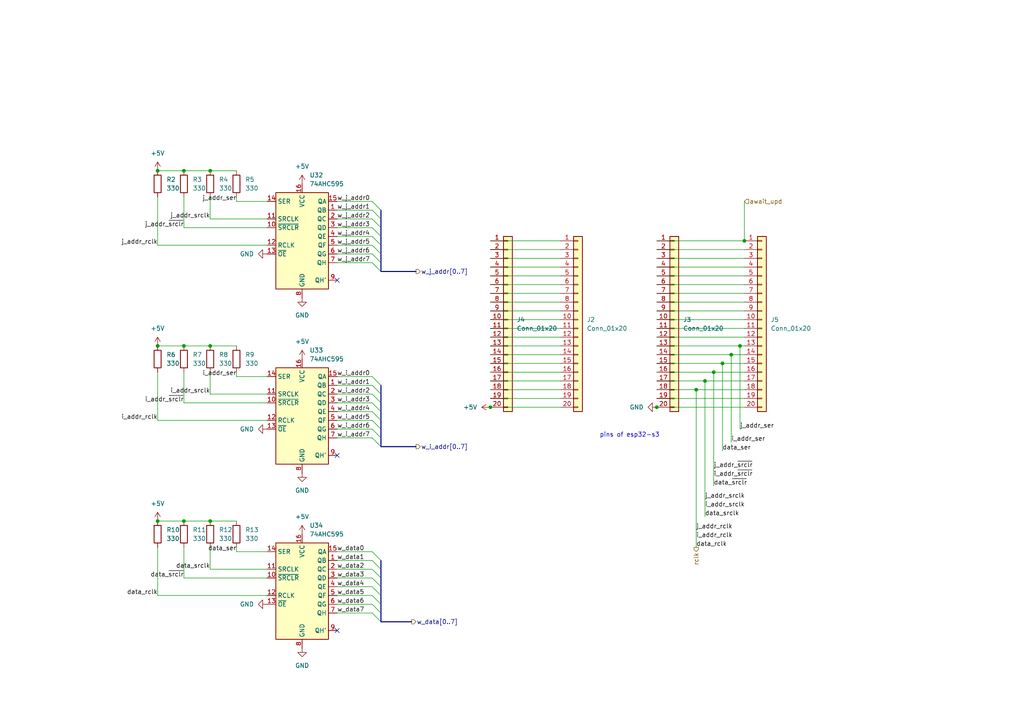
<source format=kicad_sch>
(kicad_sch (version 20250114) (generator "eeschema") (generator_version "9.0")
  (paper "A4")
  (lib_symbols
    (symbol "74xx:74AHC595"
      (property "Reference" "U" (at -7.62 13.97 0))
      (property "Value" "74AHC595" (at -7.62 -16.51 0))
      (symbol "74AHC595_1_0"
        (pin input line (at -10.16 10.16 0) (length 2.54) (name "SER") (number "14"))
        (pin input line (at -10.16 5.08 0) (length 2.54) (name "SRCLK") (number "11"))
        (pin input line (at -10.16 2.54 0) (length 2.54) (name "~{SRCLR}") (number "10"))
        (pin input line (at -10.16 -2.54 0) (length 2.54) (name "RCLK") (number "12"))
        (pin input line (at -10.16 -5.08 0) (length 2.54) (name "~{OE}") (number "13"))
        (pin power_in line (at 0 15.24 270) (length 2.54) (name "VCC") (number "16"))
        (pin power_in line (at 0 -17.78 90) (length 2.54) (name "GND") (number "8"))
        (pin tri_state line (at 10.16 10.16 180) (length 2.54) (name "QA") (number "15"))
        (pin tri_state line (at 10.16 7.62 180) (length 2.54) (name "QB") (number "1"))
        (pin tri_state line (at 10.16 5.08 180) (length 2.54) (name "QC") (number "2"))
        (pin tri_state line (at 10.16 2.54 180) (length 2.54) (name "QD") (number "3"))
        (pin tri_state line (at 10.16 0 180) (length 2.54) (name "QE") (number "4"))
        (pin tri_state line (at 10.16 -2.54 180) (length 2.54) (name "QF") (number "5"))
        (pin tri_state line (at 10.16 -5.08 180) (length 2.54) (name "QG") (number "6"))
        (pin tri_state line (at 10.16 -7.62 180) (length 2.54) (name "QH") (number "7"))
        (pin output line (at 10.16 -12.7 180) (length 2.54) (name "QH'") (number "9"))
      )
      (symbol "74AHC595_1_1"
        (rectangle (start -7.62 12.7) (end 7.62 -15.24) (stroke (width 0.254)) (fill (type background)))
      )
    )
    (symbol "Connector_Generic:Conn_01x20" (pin_names (offset 1.016) (hide yes))
      (property "Reference" "J" (at 0 25.4 0))
      (property "Value" "Conn_01x20" (at 0 -27.94 0))
      (symbol "Conn_01x20_1_1"
        (rectangle (start -1.27 24.13) (end 1.27 -26.67) (stroke (width 0.254)) (fill (type background)))
        (rectangle (start -1.27 22.987) (end 0 22.733) (stroke (width 0.1524)))
        (rectangle (start -1.27 20.447) (end 0 20.193) (stroke (width 0.1524)))
        (rectangle (start -1.27 17.907) (end 0 17.653) (stroke (width 0.1524)))
        (rectangle (start -1.27 15.367) (end 0 15.113) (stroke (width 0.1524)))
        (rectangle (start -1.27 12.827) (end 0 12.573) (stroke (width 0.1524)))
        (rectangle (start -1.27 10.287) (end 0 10.033) (stroke (width 0.1524)))
        (rectangle (start -1.27 7.747) (end 0 7.493) (stroke (width 0.1524)))
        (rectangle (start -1.27 5.207) (end 0 4.953) (stroke (width 0.1524)))
        (rectangle (start -1.27 2.667) (end 0 2.413) (stroke (width 0.1524)))
        (rectangle (start -1.27 0.127) (end 0 -0.127) (stroke (width 0.1524)))
        (rectangle (start -1.27 -2.413) (end 0 -2.667) (stroke (width 0.1524)))
        (rectangle (start -1.27 -4.953) (end 0 -5.207) (stroke (width 0.1524)))
        (rectangle (start -1.27 -7.493) (end 0 -7.747) (stroke (width 0.1524)))
        (rectangle (start -1.27 -10.033) (end 0 -10.287) (stroke (width 0.1524)))
        (rectangle (start -1.27 -12.573) (end 0 -12.827) (stroke (width 0.1524)))
        (rectangle (start -1.27 -15.113) (end 0 -15.367) (stroke (width 0.1524)))
        (rectangle (start -1.27 -17.653) (end 0 -17.907) (stroke (width 0.1524)))
        (rectangle (start -1.27 -20.193) (end 0 -20.447) (stroke (width 0.1524)))
        (rectangle (start -1.27 -22.733) (end 0 -22.987) (stroke (width 0.1524)))
        (rectangle (start -1.27 -25.273) (end 0 -25.527) (stroke (width 0.1524)))
        (pin passive line (at -5.08 22.86 0) (length 3.81) (name "Pin_1") (number "1"))
        (pin passive line (at -5.08 20.32 0) (length 3.81) (name "Pin_2") (number "2"))
        (pin passive line (at -5.08 17.78 0) (length 3.81) (name "Pin_3") (number "3"))
        (pin passive line (at -5.08 15.24 0) (length 3.81) (name "Pin_4") (number "4"))
        (pin passive line (at -5.08 12.7 0) (length 3.81) (name "Pin_5") (number "5"))
        (pin passive line (at -5.08 10.16 0) (length 3.81) (name "Pin_6") (number "6"))
        (pin passive line (at -5.08 7.62 0) (length 3.81) (name "Pin_7") (number "7"))
        (pin passive line (at -5.08 5.08 0) (length 3.81) (name "Pin_8") (number "8"))
        (pin passive line (at -5.08 2.54 0) (length 3.81) (name "Pin_9") (number "9"))
        (pin passive line (at -5.08 0 0) (length 3.81) (name "Pin_10") (number "10"))
        (pin passive line (at -5.08 -2.54 0) (length 3.81) (name "Pin_11") (number "11"))
        (pin passive line (at -5.08 -5.08 0) (length 3.81) (name "Pin_12") (number "12"))
        (pin passive line (at -5.08 -7.62 0) (length 3.81) (name "Pin_13") (number "13"))
        (pin passive line (at -5.08 -10.16 0) (length 3.81) (name "Pin_14") (number "14"))
        (pin passive line (at -5.08 -12.7 0) (length 3.81) (name "Pin_15") (number "15"))
        (pin passive line (at -5.08 -15.24 0) (length 3.81) (name "Pin_16") (number "16"))
        (pin passive line (at -5.08 -17.78 0) (length 3.81) (name "Pin_17") (number "17"))
        (pin passive line (at -5.08 -20.32 0) (length 3.81) (name "Pin_18") (number "18"))
        (pin passive line (at -5.08 -22.86 0) (length 3.81) (name "Pin_19") (number "19"))
        (pin passive line (at -5.08 -25.4 0) (length 3.81) (name "Pin_20") (number "20"))
      )
    )
    (symbol "Device:R" (pin_numbers (hide yes)) (pin_names (offset 0))
      (property "Reference" "R" (at 2.032 0 90))
      (property "Value" "R" (at 0 0 90))
      (symbol "R_0_1"
        (rectangle (start -1.016 -2.54) (end 1.016 2.54) (stroke (width 0.254)))
      )
      (symbol "R_1_1"
        (pin passive line (at 0 3.81 270) (length 1.27) (name "~") (number "1"))
        (pin passive line (at 0 -3.81 90) (length 1.27) (name "~") (number "2"))
      )
    )
    (symbol "power:+5V" (power) (pin_numbers (hide yes)) (pin_names (offset 0) (hide yes))
      (property "Value" "+5V" (at 0 3.556 0))
      (symbol "+5V_0_1"
        (polyline (pts (xy -0.762 1.27) (xy 0 2.54)))
        (polyline (pts (xy 0 2.54) (xy 0.762 1.27)))
        (polyline (pts (xy 0 0) (xy 0 2.54)))
      )
      (symbol "+5V_1_1"
        (pin power_in line (at 0 0 90) (length 0) (name "~") (number "1"))
      )
    )
    (symbol "power:GND" (power) (pin_numbers (hide yes)) (pin_names (offset 0) (hide yes))
      (property "Value" "GND" (at 0 -3.81 0))
      (symbol "GND_0_1"
        (polyline (pts (xy 0 0) (xy 0 -1.27) (xy 1.27 -1.27) (xy 0 -2.54) (xy -1.27 -1.27) (xy 0 -1.27)))
      )
      (symbol "GND_1_1"
        (pin power_in line (at 0 0 270) (length 0) (name "~") (number "1"))
      )
    )
  )
  (text "pins of esp32-s3\n" (at 182.626 126.238 0) (effects (font (size 1.27 1.27))))
  (junction (at 53.34 151.13))
  (junction (at 190.5 118.11))
  (junction (at 214.63 100.33))
  (junction (at 45.72 49.53))
  (junction (at 142.24 118.11))
  (junction (at 212.09 102.87))
  (junction (at 215.9 69.85))
  (junction (at 45.72 151.13))
  (junction (at 209.55 105.41))
  (junction (at 201.93 113.03))
  (junction (at 60.96 100.33))
  (junction (at 45.72 100.33))
  (junction (at 60.96 49.53))
  (junction (at 204.47 110.49))
  (junction (at 60.96 151.13))
  (junction (at 53.34 100.33))
  (junction (at 207.01 107.95))
  (junction (at 53.34 49.53))
  (no_connect (at 97.79 81.28))
  (no_connect (at 97.79 182.88))
  (no_connect (at 97.79 132.08))
  (bus_entry (at 107.95 165.1) (size 2.54 2.54))
  (bus_entry (at 107.95 177.8) (size 2.54 2.54))
  (bus_entry (at 107.95 175.26) (size 2.54 2.54))
  (bus_entry (at 107.95 109.22) (size 2.54 2.54))
  (bus_entry (at 107.95 71.12) (size 2.54 2.54))
  (bus_entry (at 107.95 111.76) (size 2.54 2.54))
  (bus_entry (at 107.95 68.58) (size 2.54 2.54))
  (bus_entry (at 107.95 124.46) (size 2.54 2.54))
  (bus_entry (at 107.95 58.42) (size 2.54 2.54))
  (bus_entry (at 107.95 162.56) (size 2.54 2.54))
  (bus_entry (at 107.95 127) (size 2.54 2.54))
  (bus_entry (at 107.95 167.64) (size 2.54 2.54))
  (bus_entry (at 107.95 121.92) (size 2.54 2.54))
  (bus_entry (at 107.95 119.38) (size 2.54 2.54))
  (bus_entry (at 107.95 114.3) (size 2.54 2.54))
  (bus_entry (at 107.95 63.5) (size 2.54 2.54))
  (bus_entry (at 107.95 170.18) (size 2.54 2.54))
  (bus_entry (at 107.95 116.84) (size 2.54 2.54))
  (bus_entry (at 107.95 160.02) (size 2.54 2.54))
  (bus_entry (at 107.95 73.66) (size 2.54 2.54))
  (bus_entry (at 107.95 66.04) (size 2.54 2.54))
  (bus_entry (at 107.95 76.2) (size 2.54 2.54))
  (bus_entry (at 107.95 172.72) (size 2.54 2.54))
  (bus_entry (at 107.95 60.96) (size 2.54 2.54))
  (wire (pts (xy 45.72 158.75) (xy 45.72 172.72)))
  (wire (pts (xy 97.79 172.72) (xy 107.95 172.72)))
  (wire (pts (xy 204.47 110.49) (xy 204.47 149.86)))
  (bus (pts (xy 110.49 119.38) (xy 110.49 121.92)))
  (wire (pts (xy 97.79 165.1) (xy 107.95 165.1)))
  (wire (pts (xy 60.96 151.13) (xy 68.58 151.13)))
  (wire (pts (xy 45.72 71.12) (xy 77.47 71.12)))
  (wire (pts (xy 142.24 100.33) (xy 162.56 100.33)))
  (wire (pts (xy 190.5 80.01) (xy 215.9 80.01)))
  (wire (pts (xy 97.79 68.58) (xy 107.95 68.58)))
  (wire (pts (xy 97.79 73.66) (xy 107.95 73.66)))
  (wire (pts (xy 97.79 109.22) (xy 107.95 109.22)))
  (wire (pts (xy 97.79 124.46) (xy 107.95 124.46)))
  (wire (pts (xy 53.34 116.84) (xy 77.47 116.84)))
  (wire (pts (xy 212.09 102.87) (xy 215.9 102.87)))
  (wire (pts (xy 53.34 151.13) (xy 60.96 151.13)))
  (wire (pts (xy 215.9 58.42) (xy 215.9 69.85)))
  (wire (pts (xy 190.5 95.25) (xy 215.9 95.25)))
  (wire (pts (xy 60.96 114.3) (xy 77.47 114.3)))
  (wire (pts (xy 60.96 49.53) (xy 68.58 49.53)))
  (wire (pts (xy 214.63 100.33) (xy 215.9 100.33)))
  (wire (pts (xy 53.34 57.15) (xy 53.34 66.04)))
  (bus (pts (xy 110.49 78.74) (xy 120.65 78.74)))
  (wire (pts (xy 190.5 74.93) (xy 215.9 74.93)))
  (bus (pts (xy 110.49 127) (xy 110.49 129.54)))
  (wire (pts (xy 45.72 49.53) (xy 53.34 49.53)))
  (wire (pts (xy 142.24 107.95) (xy 162.56 107.95)))
  (wire (pts (xy 97.79 114.3) (xy 107.95 114.3)))
  (wire (pts (xy 142.24 69.85) (xy 162.56 69.85)))
  (wire (pts (xy 97.79 177.8) (xy 107.95 177.8)))
  (wire (pts (xy 97.79 121.92) (xy 107.95 121.92)))
  (wire (pts (xy 68.58 107.95) (xy 68.58 109.22)))
  (wire (pts (xy 60.96 107.95) (xy 60.96 114.3)))
  (bus (pts (xy 110.49 165.1) (xy 110.49 167.64)))
  (wire (pts (xy 68.58 158.75) (xy 68.58 160.02)))
  (wire (pts (xy 190.5 87.63) (xy 215.9 87.63)))
  (wire (pts (xy 45.72 100.33) (xy 53.34 100.33)))
  (bus (pts (xy 110.49 121.92) (xy 110.49 124.46)))
  (bus (pts (xy 110.49 175.26) (xy 110.49 177.8)))
  (bus (pts (xy 110.49 114.3) (xy 110.49 116.84)))
  (wire (pts (xy 190.5 97.79) (xy 215.9 97.79)))
  (wire (pts (xy 201.93 113.03) (xy 215.9 113.03)))
  (wire (pts (xy 97.79 162.56) (xy 107.95 162.56)))
  (wire (pts (xy 97.79 127) (xy 107.95 127)))
  (wire (pts (xy 97.79 170.18) (xy 107.95 170.18)))
  (wire (pts (xy 60.96 100.33) (xy 68.58 100.33)))
  (wire (pts (xy 142.24 118.11) (xy 162.56 118.11)))
  (wire (pts (xy 207.01 107.95) (xy 215.9 107.95)))
  (wire (pts (xy 142.24 92.71) (xy 162.56 92.71)))
  (wire (pts (xy 142.24 105.41) (xy 162.56 105.41)))
  (wire (pts (xy 190.5 118.11) (xy 215.9 118.11)))
  (wire (pts (xy 53.34 100.33) (xy 60.96 100.33)))
  (bus (pts (xy 110.49 172.72) (xy 110.49 175.26)))
  (wire (pts (xy 45.72 57.15) (xy 45.72 71.12)))
  (wire (pts (xy 142.24 87.63) (xy 162.56 87.63)))
  (wire (pts (xy 142.24 102.87) (xy 162.56 102.87)))
  (wire (pts (xy 190.5 115.57) (xy 215.9 115.57)))
  (wire (pts (xy 209.55 105.41) (xy 215.9 105.41)))
  (wire (pts (xy 142.24 95.25) (xy 162.56 95.25)))
  (wire (pts (xy 142.24 74.93) (xy 162.56 74.93)))
  (wire (pts (xy 201.93 113.03) (xy 201.93 158.75)))
  (bus (pts (xy 110.49 73.66) (xy 110.49 76.2)))
  (wire (pts (xy 204.47 110.49) (xy 215.9 110.49)))
  (wire (pts (xy 97.79 71.12) (xy 107.95 71.12)))
  (bus (pts (xy 110.49 124.46) (xy 110.49 127)))
  (wire (pts (xy 190.5 113.03) (xy 201.93 113.03)))
  (wire (pts (xy 190.5 100.33) (xy 214.63 100.33)))
  (wire (pts (xy 142.24 80.01) (xy 162.56 80.01)))
  (wire (pts (xy 97.79 167.64) (xy 107.95 167.64)))
  (bus (pts (xy 110.49 63.5) (xy 110.49 66.04)))
  (wire (pts (xy 45.72 172.72) (xy 77.47 172.72)))
  (wire (pts (xy 190.5 85.09) (xy 215.9 85.09)))
  (wire (pts (xy 97.79 160.02) (xy 107.95 160.02)))
  (wire (pts (xy 45.72 107.95) (xy 45.72 121.92)))
  (wire (pts (xy 45.72 121.92) (xy 77.47 121.92)))
  (wire (pts (xy 212.09 102.87) (xy 212.09 128.27)))
  (wire (pts (xy 190.5 72.39) (xy 215.9 72.39)))
  (wire (pts (xy 190.5 107.95) (xy 207.01 107.95)))
  (wire (pts (xy 190.5 92.71) (xy 215.9 92.71)))
  (bus (pts (xy 110.49 177.8) (xy 110.49 180.34)))
  (wire (pts (xy 97.79 58.42) (xy 107.95 58.42)))
  (bus (pts (xy 110.49 170.18) (xy 110.49 172.72)))
  (wire (pts (xy 142.24 85.09) (xy 162.56 85.09)))
  (wire (pts (xy 53.34 66.04) (xy 77.47 66.04)))
  (wire (pts (xy 190.5 110.49) (xy 204.47 110.49)))
  (wire (pts (xy 97.79 119.38) (xy 107.95 119.38)))
  (wire (pts (xy 60.96 57.15) (xy 60.96 63.5)))
  (wire (pts (xy 68.58 58.42) (xy 77.47 58.42)))
  (wire (pts (xy 209.55 105.41) (xy 209.55 130.81)))
  (bus (pts (xy 110.49 66.04) (xy 110.49 68.58)))
  (wire (pts (xy 97.79 76.2) (xy 107.95 76.2)))
  (wire (pts (xy 97.79 63.5) (xy 107.95 63.5)))
  (wire (pts (xy 53.34 49.53) (xy 60.96 49.53)))
  (wire (pts (xy 53.34 158.75) (xy 53.34 167.64)))
  (wire (pts (xy 142.24 113.03) (xy 162.56 113.03)))
  (wire (pts (xy 190.5 102.87) (xy 212.09 102.87)))
  (wire (pts (xy 68.58 109.22) (xy 77.47 109.22)))
  (wire (pts (xy 97.79 60.96) (xy 107.95 60.96)))
  (wire (pts (xy 142.24 115.57) (xy 162.56 115.57)))
  (bus (pts (xy 110.49 180.34) (xy 119.38 180.34)))
  (wire (pts (xy 60.96 63.5) (xy 77.47 63.5)))
  (wire (pts (xy 68.58 160.02) (xy 77.47 160.02)))
  (wire (pts (xy 190.5 82.55) (xy 215.9 82.55)))
  (wire (pts (xy 97.79 175.26) (xy 107.95 175.26)))
  (wire (pts (xy 53.34 107.95) (xy 53.34 116.84)))
  (wire (pts (xy 207.01 107.95) (xy 207.01 140.97)))
  (wire (pts (xy 142.24 82.55) (xy 162.56 82.55)))
  (bus (pts (xy 110.49 129.54) (xy 120.65 129.54)))
  (wire (pts (xy 97.79 116.84) (xy 107.95 116.84)))
  (bus (pts (xy 110.49 71.12) (xy 110.49 73.66)))
  (wire (pts (xy 97.79 111.76) (xy 107.95 111.76)))
  (bus (pts (xy 110.49 116.84) (xy 110.49 119.38)))
  (wire (pts (xy 45.72 151.13) (xy 53.34 151.13)))
  (wire (pts (xy 68.58 57.15) (xy 68.58 58.42)))
  (wire (pts (xy 60.96 165.1) (xy 77.47 165.1)))
  (wire (pts (xy 190.5 105.41) (xy 209.55 105.41)))
  (wire (pts (xy 142.24 72.39) (xy 162.56 72.39)))
  (wire (pts (xy 190.5 69.85) (xy 215.9 69.85)))
  (bus (pts (xy 110.49 111.76) (xy 110.49 114.3)))
  (wire (pts (xy 142.24 110.49) (xy 162.56 110.49)))
  (wire (pts (xy 142.24 77.47) (xy 162.56 77.47)))
  (bus (pts (xy 110.49 60.96) (xy 110.49 63.5)))
  (bus (pts (xy 110.49 167.64) (xy 110.49 170.18)))
  (wire (pts (xy 142.24 97.79) (xy 162.56 97.79)))
  (bus (pts (xy 110.49 76.2) (xy 110.49 78.74)))
  (wire (pts (xy 53.34 167.64) (xy 77.47 167.64)))
  (wire (pts (xy 214.63 100.33) (xy 214.63 124.46)))
  (bus (pts (xy 110.49 68.58) (xy 110.49 71.12)))
  (wire (pts (xy 190.5 90.17) (xy 215.9 90.17)))
  (wire (pts (xy 97.79 66.04) (xy 107.95 66.04)))
  (wire (pts (xy 60.96 158.75) (xy 60.96 165.1)))
  (wire (pts (xy 142.24 90.17) (xy 162.56 90.17)))
  (wire (pts (xy 190.5 77.47) (xy 215.9 77.47)))
  (bus (pts (xy 110.49 162.56) (xy 110.49 165.1)))
  (label "data_ser" (at 209.55 130.81 0))
  (label "w_j_addr1" (at 97.79 60.96 0))
  (label "data_~{srclr}" (at 53.34 167.64 180))
  (label "w_data3" (at 97.79 167.64 0))
  (label "j_addr_srclk" (at 204.47 144.78 0))
  (label "w_j_addr5" (at 97.79 71.12 0))
  (label "w_data5" (at 97.79 172.72 0))
  (label "w_data1" (at 97.79 162.56 0))
  (label "w_data0" (at 97.79 160.02 0))
  (label "w_i_addr4" (at 97.79 119.38 0))
  (label "w_j_addr4" (at 97.79 68.58 0))
  (label "i_addr_rclk" (at 45.72 121.92 180))
  (label "data_ser" (at 68.58 160.02 180))
  (label "i_addr_srclk" (at 60.96 114.3 180))
  (label "w_data7" (at 97.79 177.8 0))
  (label "w_j_addr2" (at 97.79 63.5 0))
  (label "i_addr_ser" (at 212.09 128.27 0))
  (label "w_j_addr0" (at 97.79 58.42 0))
  (label "w_data2" (at 97.79 165.1 0))
  (label "j_addr_rclk" (at 201.93 153.67 0))
  (label "j_addr_~{srclr}" (at 53.34 66.04 180))
  (label "w_i_addr1" (at 97.79 111.76 0))
  (label "j_addr_ser" (at 68.58 58.42 180))
  (label "w_data4" (at 97.79 170.18 0))
  (label "w_i_addr5" (at 97.79 121.92 0))
  (label "data_srclk" (at 204.47 149.86 0))
  (label "i_addr_~{srclr}" (at 207.01 138.43 0))
  (label "w_i_addr7" (at 97.79 127 0))
  (label "j_addr_ser" (at 214.63 124.46 0))
  (label "w_i_addr6" (at 97.79 124.46 0))
  (label "i_addr_srclk" (at 204.47 147.32 0))
  (label "j_addr_srclk" (at 60.96 63.5 180))
  (label "i_addr_ser" (at 68.58 109.22 180))
  (label "j_addr_rclk" (at 45.72 71.12 180))
  (label "data_rclk" (at 201.93 158.75 0))
  (label "w_i_addr3" (at 97.79 116.84 0))
  (label "w_data6" (at 97.79 175.26 0))
  (label "data_~{srclr}" (at 207.01 140.97 0))
  (label "w_j_addr3" (at 97.79 66.04 0))
  (label "w_i_addr0" (at 97.79 109.22 0))
  (label "j_addr_~{srclr}" (at 207.01 135.89 0))
  (label "w_i_addr2" (at 97.79 114.3 0))
  (label "data_srclk" (at 60.96 165.1 180))
  (label "i_addr_~{srclr}" (at 53.34 116.84 180))
  (label "i_addr_rclk" (at 201.93 156.21 0))
  (label "w_j_addr7" (at 97.79 76.2 0))
  (label "data_rclk" (at 45.72 172.72 180))
  (label "w_j_addr6" (at 97.79 73.66 0))
  (hierarchical_label "rclk" (shape output) (at 201.93 158.75 270))
  (hierarchical_label "w_data[0..7]" (shape output) (at 119.38 180.34 0))
  (hierarchical_label "await_upd" (shape input) (at 215.9 58.42 0))
  (hierarchical_label "w_i_addr[0..7]" (shape output) (at 120.65 129.54 0))
  (hierarchical_label "w_j_addr[0..7]" (shape output) (at 120.65 78.74 0))
  (symbol (lib_id "Device:R") (at 68.58 53.34 180) (unit 1)
    (property "Reference" "R5" (at 71.12 52.0699 0) (effects (justify right)))
    (property "Value" "330" (at 71.12 54.6099 0) (effects (justify right)))
    (property "Footprint" "Resistor_THT:R_Axial_DIN0207_L6.3mm_D2.5mm_P7.62mm_Horizontal" (effects (hide yes)))
    (property "Description" "Resistor" (effects (hide yes)))
  )
  (symbol (lib_id "power:+5V") (at 87.63 154.94 0) (unit 1)
    (property "Reference" "#PWR091" (effects (hide yes)))
    (property "Value" "+5V" (at 87.63 149.86 0))
    (property "Description" "Power symbol creates a global label with name \"+5V\"" (effects (hide yes)))
  )
  (symbol (lib_id "Device:R") (at 45.72 53.34 180) (unit 1)
    (property "Reference" "R2" (at 48.26 52.0699 0) (effects (justify right)))
    (property "Value" "330" (at 48.26 54.6099 0) (effects (justify right)))
    (property "Footprint" "Resistor_THT:R_Axial_DIN0207_L6.3mm_D2.5mm_P7.62mm_Horizontal" (effects (hide yes)))
    (property "Description" "Resistor" (effects (hide yes)))
  )
  (symbol (lib_id "Device:R") (at 45.72 154.94 180) (unit 1)
    (property "Reference" "R10" (at 48.26 153.6699 0) (effects (justify right)))
    (property "Value" "330" (at 48.26 156.2099 0) (effects (justify right)))
    (property "Footprint" "Resistor_THT:R_Axial_DIN0207_L6.3mm_D2.5mm_P7.62mm_Horizontal" (effects (hide yes)))
    (property "Description" "Resistor" (effects (hide yes)))
  )
  (symbol (lib_id "power:GND") (at 77.47 124.46 270) (unit 1)
    (property "Reference" "#PWR082" (effects (hide yes)))
    (property "Value" "GND" (at 73.66 124.4599 90) (effects (justify right)))
    (property "Description" "Power symbol creates a global label with name \"GND\" , ground" (effects (hide yes)))
  )
  (symbol (lib_id "power:+5V") (at 87.63 104.14 0) (unit 1)
    (property "Reference" "#PWR083" (effects (hide yes)))
    (property "Value" "+5V" (at 87.63 99.06 0))
    (property "Description" "Power symbol creates a global label with name \"+5V\"" (effects (hide yes)))
  )
  (symbol (lib_id "power:+5V") (at 45.72 151.13 0) (unit 1)
    (property "Reference" "#PWR089" (effects (hide yes)))
    (property "Value" "+5V" (at 45.72 146.05 0))
    (property "Description" "Power symbol creates a global label with name \"+5V\"" (effects (hide yes)))
  )
  (symbol (lib_id "Connector_Generic:Conn_01x20") (at 195.58 92.71 0) (unit 1)
    (property "Reference" "J3" (at 198.12 92.7099 0) (effects (justify left)))
    (property "Value" "Conn_01x20" (at 198.12 95.2499 0) (effects (justify left)))
    (property "Footprint" "Connector_PinSocket_2.54mm:PinSocket_1x20_P2.54mm_Vertical" (effects (hide yes)))
    (property "Description" "Generic connector, single row, 01x20, script generated (kicad-library-utils/schlib/autogen/connector/)" (effects (hide yes)))
  )
  (symbol (lib_id "74xx:74AHC595") (at 87.63 119.38 0) (unit 1)
    (property "Reference" "U33" (at 89.7733 101.6 0) (effects (justify left)))
    (property "Value" "74AHC595" (at 89.7733 104.14 0) (effects (justify left)))
    (property "Footprint" "Package_DIP:DIP-16_W7.62mm" (effects (hide yes)))
    (property "Datasheet" "https://assets.nexperia.com/documents/data-sheet/74AHC_AHCT595.pdf" (effects (hide yes)))
    (property "Description" "8-bit serial in/out Shift Register 3-State Outputs" (effects (hide yes)))
  )
  (symbol (lib_id "power:GND") (at 87.63 137.16 0) (unit 1)
    (property "Reference" "#PWR084" (effects (hide yes)))
    (property "Value" "GND" (at 87.63 142.24 0))
    (property "Description" "Power symbol creates a global label with name \"GND\" , ground" (effects (hide yes)))
  )
  (symbol (lib_id "Device:R") (at 60.96 154.94 180) (unit 1)
    (property "Reference" "R12" (at 63.5 153.6699 0) (effects (justify right)))
    (property "Value" "330" (at 63.5 156.2099 0) (effects (justify right)))
    (property "Footprint" "Resistor_THT:R_Axial_DIN0207_L6.3mm_D2.5mm_P7.62mm_Horizontal" (effects (hide yes)))
    (property "Description" "Resistor" (effects (hide yes)))
  )
  (symbol (lib_id "power:GND") (at 77.47 73.66 270) (unit 1)
    (property "Reference" "#PWR079" (effects (hide yes)))
    (property "Value" "GND" (at 73.66 73.6599 90) (effects (justify right)))
    (property "Description" "Power symbol creates a global label with name \"GND\" , ground" (effects (hide yes)))
  )
  (symbol (lib_id "Device:R") (at 68.58 154.94 180) (unit 1)
    (property "Reference" "R13" (at 71.12 153.6699 0) (effects (justify right)))
    (property "Value" "330" (at 71.12 156.2099 0) (effects (justify right)))
    (property "Footprint" "Resistor_THT:R_Axial_DIN0207_L6.3mm_D2.5mm_P7.62mm_Horizontal" (effects (hide yes)))
    (property "Description" "Resistor" (effects (hide yes)))
  )
  (symbol (lib_id "Connector_Generic:Conn_01x20") (at 147.32 92.71 0) (unit 1)
    (property "Reference" "J4" (at 149.86 92.7099 0) (effects (justify left)))
    (property "Value" "Conn_01x20" (at 149.86 95.2499 0) (effects (justify left)))
    (property "Footprint" "Connector_PinSocket_2.54mm:PinSocket_1x20_P2.54mm_Vertical" (effects (hide yes)))
    (property "Description" "Generic connector, single row, 01x20, script generated (kicad-library-utils/schlib/autogen/connector/)" (effects (hide yes)))
  )
  (symbol (lib_id "power:GND") (at 87.63 187.96 0) (unit 1)
    (property "Reference" "#PWR092" (effects (hide yes)))
    (property "Value" "GND" (at 87.63 193.04 0))
    (property "Description" "Power symbol creates a global label with name \"GND\" , ground" (effects (hide yes)))
  )
  (symbol (lib_id "power:+5V") (at 142.24 118.11 90) (unit 1)
    (property "Reference" "#PWR094" (effects (hide yes)))
    (property "Value" "+5V" (at 138.43 118.1099 90) (effects (justify left)))
    (property "Description" "Power symbol creates a global label with name \"+5V\"" (effects (hide yes)))
  )
  (symbol (lib_id "74xx:74AHC595") (at 87.63 170.18 0) (unit 1)
    (property "Reference" "U34" (at 89.7733 152.4 0) (effects (justify left)))
    (property "Value" "74AHC595" (at 89.7733 154.94 0) (effects (justify left)))
    (property "Footprint" "Package_DIP:DIP-16_W7.62mm" (effects (hide yes)))
    (property "Datasheet" "https://assets.nexperia.com/documents/data-sheet/74AHC_AHCT595.pdf" (effects (hide yes)))
    (property "Description" "8-bit serial in/out Shift Register 3-State Outputs" (effects (hide yes)))
  )
  (symbol (lib_id "power:+5V") (at 87.63 53.34 0) (unit 1)
    (property "Reference" "#PWR077" (effects (hide yes)))
    (property "Value" "+5V" (at 87.63 48.26 0))
    (property "Description" "Power symbol creates a global label with name \"+5V\"" (effects (hide yes)))
  )
  (symbol (lib_id "Connector_Generic:Conn_01x20") (at 167.64 92.71 0) (unit 1)
    (property "Reference" "J2" (at 170.18 92.7099 0) (effects (justify left)))
    (property "Value" "Conn_01x20" (at 170.18 95.2499 0) (effects (justify left)))
    (property "Footprint" "Connector_PinSocket_2.54mm:PinSocket_1x20_P2.54mm_Vertical" (effects (hide yes)))
    (property "Description" "Generic connector, single row, 01x20, script generated (kicad-library-utils/schlib/autogen/connector/)" (effects (hide yes)))
  )
  (symbol (lib_id "Device:R") (at 53.34 104.14 180) (unit 1)
    (property "Reference" "R7" (at 55.88 102.8699 0) (effects (justify right)))
    (property "Value" "330" (at 55.88 105.4099 0) (effects (justify right)))
    (property "Footprint" "Resistor_THT:R_Axial_DIN0207_L6.3mm_D2.5mm_P7.62mm_Horizontal" (effects (hide yes)))
    (property "Description" "Resistor" (effects (hide yes)))
  )
  (symbol (lib_id "Device:R") (at 68.58 104.14 180) (unit 1)
    (property "Reference" "R9" (at 71.12 102.8699 0) (effects (justify right)))
    (property "Value" "330" (at 71.12 105.4099 0) (effects (justify right)))
    (property "Footprint" "Resistor_THT:R_Axial_DIN0207_L6.3mm_D2.5mm_P7.62mm_Horizontal" (effects (hide yes)))
    (property "Description" "Resistor" (effects (hide yes)))
  )
  (symbol (lib_id "Connector_Generic:Conn_01x20") (at 220.98 92.71 0) (unit 1)
    (property "Reference" "J5" (at 223.52 92.7099 0) (effects (justify left)))
    (property "Value" "Conn_01x20" (at 223.52 95.2499 0) (effects (justify left)))
    (property "Footprint" "Connector_PinSocket_2.54mm:PinSocket_1x20_P2.54mm_Vertical" (effects (hide yes)))
    (property "Description" "Generic connector, single row, 01x20, script generated (kicad-library-utils/schlib/autogen/connector/)" (effects (hide yes)))
  )
  (symbol (lib_id "74xx:74AHC595") (at 87.63 68.58 0) (unit 1)
    (property "Reference" "U32" (at 89.7733 50.8 0) (effects (justify left)))
    (property "Value" "74AHC595" (at 89.7733 53.34 0) (effects (justify left)))
    (property "Footprint" "Package_DIP:DIP-16_W7.62mm" (effects (hide yes)))
    (property "Datasheet" "https://assets.nexperia.com/documents/data-sheet/74AHC_AHCT595.pdf" (effects (hide yes)))
    (property "Description" "8-bit serial in/out Shift Register 3-State Outputs" (effects (hide yes)))
  )
  (symbol (lib_id "power:+5V") (at 45.72 49.53 0) (unit 1)
    (property "Reference" "#PWR080" (effects (hide yes)))
    (property "Value" "+5V" (at 45.72 44.45 0))
    (property "Description" "Power symbol creates a global label with name \"+5V\"" (effects (hide yes)))
  )
  (symbol (lib_id "power:+5V") (at 45.72 100.33 0) (unit 1)
    (property "Reference" "#PWR081" (effects (hide yes)))
    (property "Value" "+5V" (at 45.72 95.25 0))
    (property "Description" "Power symbol creates a global label with name \"+5V\"" (effects (hide yes)))
  )
  (symbol (lib_id "Device:R") (at 53.34 154.94 180) (unit 1)
    (property "Reference" "R11" (at 55.88 153.6699 0) (effects (justify right)))
    (property "Value" "330" (at 55.88 156.2099 0) (effects (justify right)))
    (property "Footprint" "Resistor_THT:R_Axial_DIN0207_L6.3mm_D2.5mm_P7.62mm_Horizontal" (effects (hide yes)))
    (property "Description" "Resistor" (effects (hide yes)))
  )
  (symbol (lib_id "Device:R") (at 60.96 53.34 180) (unit 1)
    (property "Reference" "R4" (at 63.5 52.0699 0) (effects (justify right)))
    (property "Value" "330" (at 63.5 54.6099 0) (effects (justify right)))
    (property "Footprint" "Resistor_THT:R_Axial_DIN0207_L6.3mm_D2.5mm_P7.62mm_Horizontal" (effects (hide yes)))
    (property "Description" "Resistor" (effects (hide yes)))
  )
  (symbol (lib_id "power:GND") (at 190.5 118.11 270) (unit 1)
    (property "Reference" "#PWR093" (effects (hide yes)))
    (property "Value" "GND" (at 186.69 118.1099 90) (effects (justify right)))
    (property "Description" "Power symbol creates a global label with name \"GND\" , ground" (effects (hide yes)))
  )
  (symbol (lib_id "Device:R") (at 60.96 104.14 180) (unit 1)
    (property "Reference" "R8" (at 63.5 102.8699 0) (effects (justify right)))
    (property "Value" "330" (at 63.5 105.4099 0) (effects (justify right)))
    (property "Footprint" "Resistor_THT:R_Axial_DIN0207_L6.3mm_D2.5mm_P7.62mm_Horizontal" (effects (hide yes)))
    (property "Description" "Resistor" (effects (hide yes)))
  )
  (symbol (lib_id "power:GND") (at 77.47 175.26 270) (unit 1)
    (property "Reference" "#PWR090" (effects (hide yes)))
    (property "Value" "GND" (at 73.66 175.2599 90) (effects (justify right)))
    (property "Description" "Power symbol creates a global label with name \"GND\" , ground" (effects (hide yes)))
  )
  (symbol (lib_id "Device:R") (at 45.72 104.14 180) (unit 1)
    (property "Reference" "R6" (at 48.26 102.8699 0) (effects (justify right)))
    (property "Value" "330" (at 48.26 105.4099 0) (effects (justify right)))
    (property "Footprint" "Resistor_THT:R_Axial_DIN0207_L6.3mm_D2.5mm_P7.62mm_Horizontal" (effects (hide yes)))
    (property "Description" "Resistor" (effects (hide yes)))
  )
  (symbol (lib_id "power:GND") (at 87.63 86.36 0) (unit 1)
    (property "Reference" "#PWR078" (effects (hide yes)))
    (property "Value" "GND" (at 87.63 91.44 0))
    (property "Description" "Power symbol creates a global label with name \"GND\" , ground" (effects (hide yes)))
  )
  (symbol (lib_id "Device:R") (at 53.34 53.34 180) (unit 1)
    (property "Reference" "R3" (at 55.88 52.0699 0) (effects (justify right)))
    (property "Value" "330" (at 55.88 54.6099 0) (effects (justify right)))
    (property "Footprint" "Resistor_THT:R_Axial_DIN0207_L6.3mm_D2.5mm_P7.62mm_Horizontal" (effects (hide yes)))
    (property "Description" "Resistor" (effects (hide yes)))
  )
)
</source>
